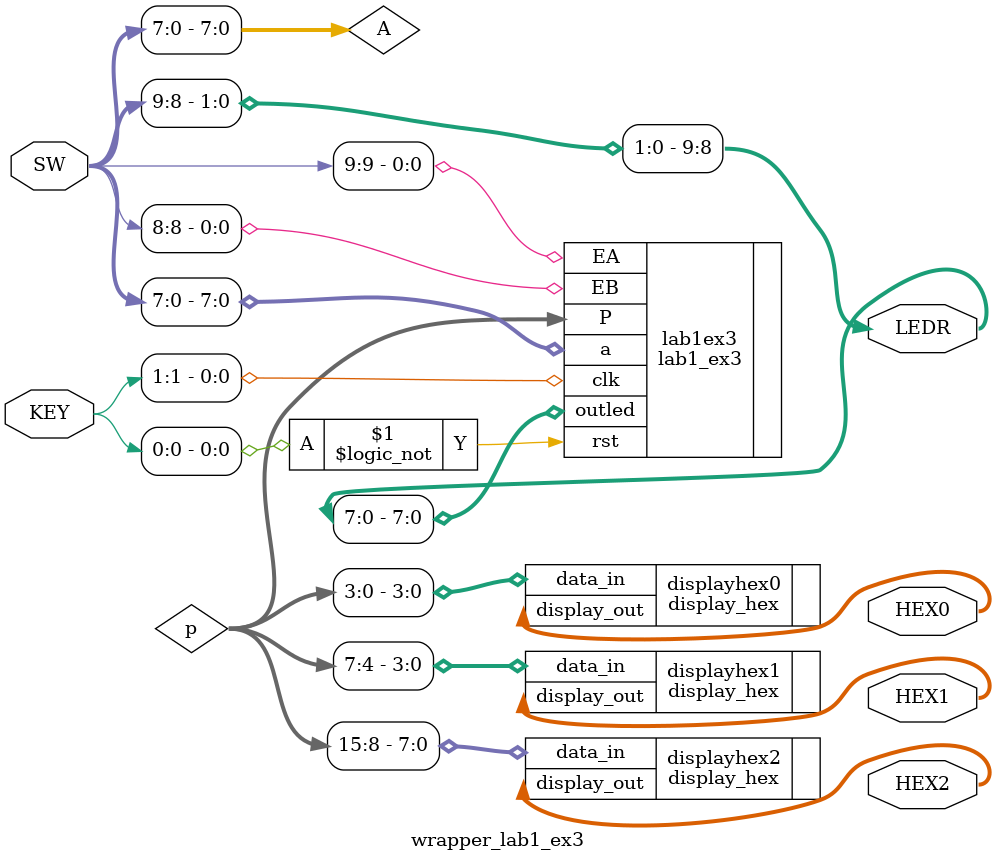
<source format=sv>
module wrapper_lab1_ex3 (
	input logic [9:0] SW, KEY,
	output logic [9:0] LEDR,
	output logic [6:0] HEX0, HEX1, HEX2
);

assign LEDR[9:8] = SW[9:8];

wire [7:0] A;
wire [15:0] p;

assign A[7:0] = SW[7:0];

lab1_ex3 lab1ex3 (.EA(SW[9]), .EB(SW[8]), .rst(!KEY[0]), .clk(KEY[1]), .a(A), .P(p), .outled(LEDR[7:0]));

display_hex displayhex0 (.data_in(p[3:0]), .display_out(HEX0));
display_hex displayhex1 (.data_in(p[7:4]), .display_out(HEX1));
display_hex displayhex2 (.data_in(p[15:8]), .display_out(HEX2));

endmodule
</source>
